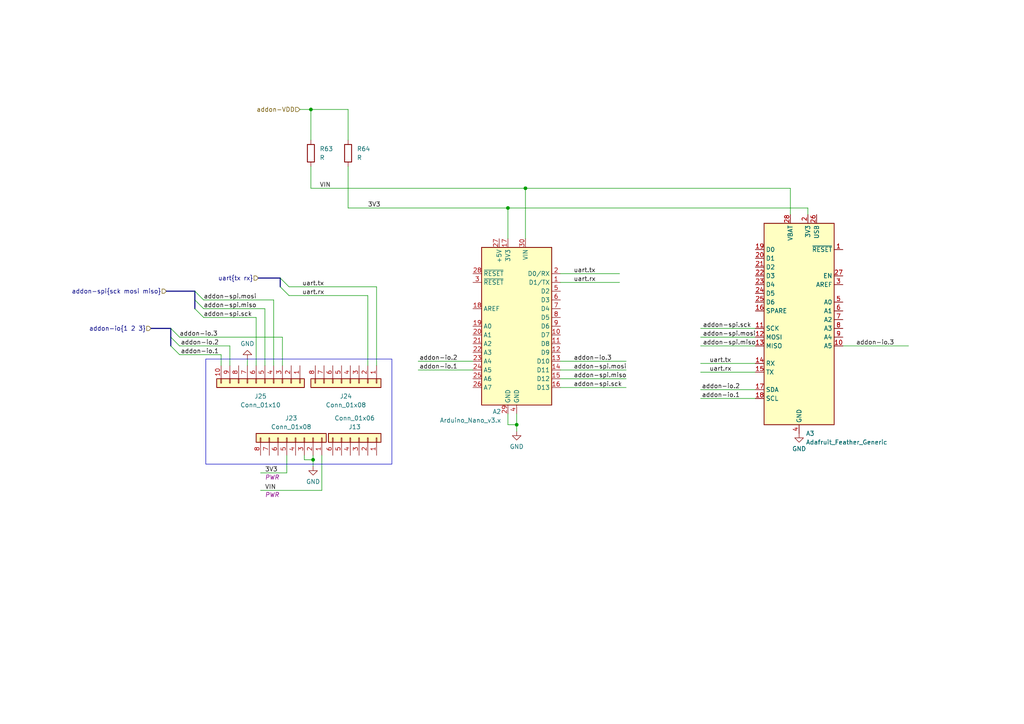
<source format=kicad_sch>
(kicad_sch (version 20230121) (generator eeschema)
  (paper "A4")
  (lib_symbols
    (symbol "Connector_Generic:Conn_01x06" (pin_names (offset 1.016) hide)
      (property "Reference" "J" (at 0 7.62 0))
      (property "Value" "Conn_01x06" (at 0 -10.16 0))
      (symbol "Conn_01x06_1_1"
        (rectangle (start -1.27 -7.493) (end 0 -7.747) (stroke (width 0.1524)))
        (rectangle (start -1.27 -4.953) (end 0 -5.207) (stroke (width 0.1524)))
        (rectangle (start -1.27 -2.413) (end 0 -2.667) (stroke (width 0.1524)))
        (rectangle (start -1.27 0.127) (end 0 -0.127) (stroke (width 0.1524)))
        (rectangle (start -1.27 2.667) (end 0 2.413) (stroke (width 0.1524)))
        (rectangle (start -1.27 5.207) (end 0 4.953) (stroke (width 0.1524)))
        (rectangle (start -1.27 6.35) (end 1.27 -8.89) (stroke (width 0.254)) (fill (type background)))
        (pin passive line (at -5.08 5.08 0) (length 3.81) (name "Pin_1") (number "1"))
        (pin passive line (at -5.08 2.54 0) (length 3.81) (name "Pin_2") (number "2"))
        (pin passive line (at -5.08 0 0) (length 3.81) (name "Pin_3") (number "3"))
        (pin passive line (at -5.08 -2.54 0) (length 3.81) (name "Pin_4") (number "4"))
        (pin passive line (at -5.08 -5.08 0) (length 3.81) (name "Pin_5") (number "5"))
        (pin passive line (at -5.08 -7.62 0) (length 3.81) (name "Pin_6") (number "6"))
      )
    )
    (symbol "Connector_Generic:Conn_01x08" (pin_names (offset 1.016) hide)
      (property "Reference" "J" (at 0 10.16 0))
      (property "Value" "Conn_01x08" (at 0 -12.7 0))
      (symbol "Conn_01x08_1_1"
        (rectangle (start -1.27 -10.033) (end 0 -10.287) (stroke (width 0.1524)))
        (rectangle (start -1.27 -7.493) (end 0 -7.747) (stroke (width 0.1524)))
        (rectangle (start -1.27 -4.953) (end 0 -5.207) (stroke (width 0.1524)))
        (rectangle (start -1.27 -2.413) (end 0 -2.667) (stroke (width 0.1524)))
        (rectangle (start -1.27 0.127) (end 0 -0.127) (stroke (width 0.1524)))
        (rectangle (start -1.27 2.667) (end 0 2.413) (stroke (width 0.1524)))
        (rectangle (start -1.27 5.207) (end 0 4.953) (stroke (width 0.1524)))
        (rectangle (start -1.27 7.747) (end 0 7.493) (stroke (width 0.1524)))
        (rectangle (start -1.27 8.89) (end 1.27 -11.43) (stroke (width 0.254)) (fill (type background)))
        (pin passive line (at -5.08 7.62 0) (length 3.81) (name "Pin_1") (number "1"))
        (pin passive line (at -5.08 5.08 0) (length 3.81) (name "Pin_2") (number "2"))
        (pin passive line (at -5.08 2.54 0) (length 3.81) (name "Pin_3") (number "3"))
        (pin passive line (at -5.08 0 0) (length 3.81) (name "Pin_4") (number "4"))
        (pin passive line (at -5.08 -2.54 0) (length 3.81) (name "Pin_5") (number "5"))
        (pin passive line (at -5.08 -5.08 0) (length 3.81) (name "Pin_6") (number "6"))
        (pin passive line (at -5.08 -7.62 0) (length 3.81) (name "Pin_7") (number "7"))
        (pin passive line (at -5.08 -10.16 0) (length 3.81) (name "Pin_8") (number "8"))
      )
    )
    (symbol "Connector_Generic:Conn_01x10" (pin_names (offset 1.016) hide)
      (property "Reference" "J" (at 0 12.7 0))
      (property "Value" "Conn_01x10" (at 0 -15.24 0))
      (symbol "Conn_01x10_1_1"
        (rectangle (start -1.27 -12.573) (end 0 -12.827) (stroke (width 0.1524)))
        (rectangle (start -1.27 -10.033) (end 0 -10.287) (stroke (width 0.1524)))
        (rectangle (start -1.27 -7.493) (end 0 -7.747) (stroke (width 0.1524)))
        (rectangle (start -1.27 -4.953) (end 0 -5.207) (stroke (width 0.1524)))
        (rectangle (start -1.27 -2.413) (end 0 -2.667) (stroke (width 0.1524)))
        (rectangle (start -1.27 0.127) (end 0 -0.127) (stroke (width 0.1524)))
        (rectangle (start -1.27 2.667) (end 0 2.413) (stroke (width 0.1524)))
        (rectangle (start -1.27 5.207) (end 0 4.953) (stroke (width 0.1524)))
        (rectangle (start -1.27 7.747) (end 0 7.493) (stroke (width 0.1524)))
        (rectangle (start -1.27 10.287) (end 0 10.033) (stroke (width 0.1524)))
        (rectangle (start -1.27 11.43) (end 1.27 -13.97) (stroke (width 0.254)) (fill (type background)))
        (pin passive line (at -5.08 10.16 0) (length 3.81) (name "Pin_1") (number "1"))
        (pin passive line (at -5.08 -12.7 0) (length 3.81) (name "Pin_10") (number "10"))
        (pin passive line (at -5.08 7.62 0) (length 3.81) (name "Pin_2") (number "2"))
        (pin passive line (at -5.08 5.08 0) (length 3.81) (name "Pin_3") (number "3"))
        (pin passive line (at -5.08 2.54 0) (length 3.81) (name "Pin_4") (number "4"))
        (pin passive line (at -5.08 0 0) (length 3.81) (name "Pin_5") (number "5"))
        (pin passive line (at -5.08 -2.54 0) (length 3.81) (name "Pin_6") (number "6"))
        (pin passive line (at -5.08 -5.08 0) (length 3.81) (name "Pin_7") (number "7"))
        (pin passive line (at -5.08 -7.62 0) (length 3.81) (name "Pin_8") (number "8"))
        (pin passive line (at -5.08 -10.16 0) (length 3.81) (name "Pin_9") (number "9"))
      )
    )
    (symbol "Device:R" (pin_numbers hide) (pin_names (offset 0))
      (property "Reference" "R" (at 2.032 0 90))
      (property "Value" "R" (at 0 0 90))
      (symbol "R_0_1"
        (rectangle (start -1.016 -2.54) (end 1.016 2.54) (stroke (width 0.254)))
      )
      (symbol "R_1_1"
        (pin passive line (at 0 3.81 270) (length 1.27) (name "~") (number "1"))
        (pin passive line (at 0 -3.81 90) (length 1.27) (name "~") (number "2"))
      )
    )
    (symbol "MCU_Module:Adafruit_Feather_Generic"
      (property "Reference" "A" (at -10.16 29.21 0))
      (property "Value" "Adafruit_Feather_Generic" (at 2.54 -31.75 0))
      (symbol "Adafruit_Feather_Generic_0_1"
        (rectangle (start -10.16 27.94) (end 10.16 -30.48) (stroke (width 0.254)) (fill (type background)))
      )
      (symbol "Adafruit_Feather_Generic_1_1"
        (pin input line (at 12.7 20.32 180) (length 2.54) (name "~{RESET}") (number "1"))
        (pin bidirectional line (at 12.7 -7.62 180) (length 2.54) (name "A5") (number "10"))
        (pin bidirectional line (at -12.7 -2.54 0) (length 2.54) (name "SCK") (number "11"))
        (pin bidirectional line (at -12.7 -5.08 0) (length 2.54) (name "MOSI") (number "12"))
        (pin bidirectional line (at -12.7 -7.62 0) (length 2.54) (name "MISO") (number "13"))
        (pin bidirectional line (at -12.7 -12.7 0) (length 2.54) (name "RX") (number "14"))
        (pin bidirectional line (at -12.7 -15.24 0) (length 2.54) (name "TX") (number "15"))
        (pin bidirectional line (at -12.7 2.54 0) (length 2.54) (name "SPARE") (number "16"))
        (pin bidirectional line (at -12.7 -20.32 0) (length 2.54) (name "SDA") (number "17"))
        (pin bidirectional line (at -12.7 -22.86 0) (length 2.54) (name "SCL") (number "18"))
        (pin bidirectional line (at -12.7 20.32 0) (length 2.54) (name "D0") (number "19"))
        (pin power_in line (at 2.54 30.48 270) (length 2.54) (name "3V3") (number "2"))
        (pin bidirectional line (at -12.7 17.78 0) (length 2.54) (name "D1") (number "20"))
        (pin bidirectional line (at -12.7 15.24 0) (length 2.54) (name "D2") (number "21"))
        (pin bidirectional line (at -12.7 12.7 0) (length 2.54) (name "D3") (number "22"))
        (pin bidirectional line (at -12.7 10.16 0) (length 2.54) (name "D4") (number "23"))
        (pin bidirectional line (at -12.7 7.62 0) (length 2.54) (name "D5") (number "24"))
        (pin bidirectional line (at -12.7 5.08 0) (length 2.54) (name "D6") (number "25"))
        (pin power_in line (at 5.08 30.48 270) (length 2.54) (name "USB") (number "26"))
        (pin input line (at 12.7 12.7 180) (length 2.54) (name "EN") (number "27"))
        (pin power_in line (at -2.54 30.48 270) (length 2.54) (name "VBAT") (number "28"))
        (pin input line (at 12.7 10.16 180) (length 2.54) (name "AREF") (number "3"))
        (pin power_in line (at 0 -33.02 90) (length 2.54) (name "GND") (number "4"))
        (pin bidirectional line (at 12.7 5.08 180) (length 2.54) (name "A0") (number "5"))
        (pin bidirectional line (at 12.7 2.54 180) (length 2.54) (name "A1") (number "6"))
        (pin bidirectional line (at 12.7 0 180) (length 2.54) (name "A2") (number "7"))
        (pin bidirectional line (at 12.7 -2.54 180) (length 2.54) (name "A3") (number "8"))
        (pin bidirectional line (at 12.7 -5.08 180) (length 2.54) (name "A4") (number "9"))
      )
    )
    (symbol "MCU_Module:Arduino_Nano_v3.x"
      (property "Reference" "A" (at -10.16 23.495 0))
      (property "Value" "Arduino_Nano_v3.x" (at 5.08 -24.13 0))
      (symbol "Arduino_Nano_v3.x_0_1"
        (rectangle (start -10.16 22.86) (end 10.16 -22.86) (stroke (width 0.254)) (fill (type background)))
      )
      (symbol "Arduino_Nano_v3.x_1_1"
        (pin bidirectional line (at -12.7 12.7 0) (length 2.54) (name "D1/TX") (number "1"))
        (pin bidirectional line (at -12.7 -2.54 0) (length 2.54) (name "D7") (number "10"))
        (pin bidirectional line (at -12.7 -5.08 0) (length 2.54) (name "D8") (number "11"))
        (pin bidirectional line (at -12.7 -7.62 0) (length 2.54) (name "D9") (number "12"))
        (pin bidirectional line (at -12.7 -10.16 0) (length 2.54) (name "D10") (number "13"))
        (pin bidirectional line (at -12.7 -12.7 0) (length 2.54) (name "D11") (number "14"))
        (pin bidirectional line (at -12.7 -15.24 0) (length 2.54) (name "D12") (number "15"))
        (pin bidirectional line (at -12.7 -17.78 0) (length 2.54) (name "D13") (number "16"))
        (pin power_out line (at 2.54 25.4 270) (length 2.54) (name "3V3") (number "17"))
        (pin input line (at 12.7 5.08 180) (length 2.54) (name "AREF") (number "18"))
        (pin bidirectional line (at 12.7 0 180) (length 2.54) (name "A0") (number "19"))
        (pin bidirectional line (at -12.7 15.24 0) (length 2.54) (name "D0/RX") (number "2"))
        (pin bidirectional line (at 12.7 -2.54 180) (length 2.54) (name "A1") (number "20"))
        (pin bidirectional line (at 12.7 -5.08 180) (length 2.54) (name "A2") (number "21"))
        (pin bidirectional line (at 12.7 -7.62 180) (length 2.54) (name "A3") (number "22"))
        (pin bidirectional line (at 12.7 -10.16 180) (length 2.54) (name "A4") (number "23"))
        (pin bidirectional line (at 12.7 -12.7 180) (length 2.54) (name "A5") (number "24"))
        (pin bidirectional line (at 12.7 -15.24 180) (length 2.54) (name "A6") (number "25"))
        (pin bidirectional line (at 12.7 -17.78 180) (length 2.54) (name "A7") (number "26"))
        (pin power_out line (at 5.08 25.4 270) (length 2.54) (name "+5V") (number "27"))
        (pin input line (at 12.7 15.24 180) (length 2.54) (name "~{RESET}") (number "28"))
        (pin power_in line (at 2.54 -25.4 90) (length 2.54) (name "GND") (number "29"))
        (pin input line (at 12.7 12.7 180) (length 2.54) (name "~{RESET}") (number "3"))
        (pin power_in line (at -2.54 25.4 270) (length 2.54) (name "VIN") (number "30"))
        (pin power_in line (at 0 -25.4 90) (length 2.54) (name "GND") (number "4"))
        (pin bidirectional line (at -12.7 10.16 0) (length 2.54) (name "D2") (number "5"))
        (pin bidirectional line (at -12.7 7.62 0) (length 2.54) (name "D3") (number "6"))
        (pin bidirectional line (at -12.7 5.08 0) (length 2.54) (name "D4") (number "7"))
        (pin bidirectional line (at -12.7 2.54 0) (length 2.54) (name "D5") (number "8"))
        (pin bidirectional line (at -12.7 0 0) (length 2.54) (name "D6") (number "9"))
      )
    )
    (symbol "power:GND" (power) (pin_names (offset 0))
      (property "Value" "GND" (at 0 -3.81 0))
      (symbol "GND_0_1"
        (polyline (pts (xy 0 0) (xy 0 -1.27) (xy 1.27 -1.27) (xy 0 -2.54) (xy -1.27 -1.27) (xy 0 -1.27)))
      )
      (symbol "GND_1_1"
        (pin power_in line (at 0 0 270) (length 0) hide (name "GND") (number "1"))
      )
    )
  )
  (junction (at 152.4 54.61))
  (junction (at 90.17 31.75))
  (junction (at 147.32 60.325))
  (junction (at 90.805 133.35))
  (junction (at 149.86 123.19))
  (bus_entry (at 56.515 86.995) (size 2.54 2.54))
  (bus_entry (at 52.07 100.33) (size -2.54 -2.54))
  (bus_entry (at 49.53 95.25) (size 2.54 2.54))
  (bus_entry (at 81.28 80.645) (size 2.54 2.54))
  (bus_entry (at 52.07 102.87) (size -2.54 -2.54))
  (bus_entry (at 81.28 83.185) (size 2.54 2.54))
  (bus_entry (at 56.515 89.535) (size 2.54 2.54))
  (bus_entry (at 56.515 84.455) (size 2.54 2.54))
  (wire (pts (xy 152.4 54.61) (xy 90.17 54.61)))
  (wire (pts (xy 83.82 83.185) (xy 109.22 83.185)))
  (wire (pts (xy 74.295 92.075) (xy 74.295 106.045)))
  (wire (pts (xy 109.22 83.185) (xy 109.22 106.045)))
  (wire (pts (xy 162.56 81.915) (xy 179.705 81.915)))
  (wire (pts (xy 83.82 85.725) (xy 106.68 85.725)))
  (wire (pts (xy 90.805 132.08) (xy 90.805 133.35)))
  (wire (pts (xy 75.565 142.24) (xy 93.345 142.24)))
  (wire (pts (xy 90.17 31.75) (xy 100.965 31.75)))
  (wire (pts (xy 90.17 48.26) (xy 90.17 54.61)))
  (wire (pts (xy 71.755 104.14) (xy 71.755 106.045)))
  (bus (pts (xy 48.26 84.455) (xy 56.515 84.455)))
  (wire (pts (xy 203.2 115.57) (xy 219.075 115.57)))
  (wire (pts (xy 149.86 120.015) (xy 149.86 123.19)))
  (wire (pts (xy 203.2 97.79) (xy 219.075 97.79)))
  (bus (pts (xy 43.815 95.25) (xy 49.53 95.25)))
  (wire (pts (xy 76.835 89.535) (xy 76.835 106.045)))
  (bus (pts (xy 49.53 100.33) (xy 49.53 97.79)))
  (wire (pts (xy 244.475 100.33) (xy 263.525 100.33)))
  (wire (pts (xy 90.805 133.35) (xy 90.805 135.255)))
  (wire (pts (xy 88.265 132.08) (xy 88.265 133.35)))
  (wire (pts (xy 147.32 60.325) (xy 100.965 60.325)))
  (bus (pts (xy 56.515 86.995) (xy 56.515 89.535)))
  (wire (pts (xy 79.375 86.995) (xy 79.375 106.045)))
  (wire (pts (xy 203.2 107.95) (xy 219.075 107.95)))
  (wire (pts (xy 162.56 112.395) (xy 181.61 112.395)))
  (wire (pts (xy 66.675 100.33) (xy 66.675 106.045)))
  (wire (pts (xy 203.2 105.41) (xy 219.075 105.41)))
  (wire (pts (xy 88.265 133.35) (xy 90.805 133.35)))
  (wire (pts (xy 93.345 132.08) (xy 93.345 142.24)))
  (wire (pts (xy 52.07 102.87) (xy 64.135 102.87)))
  (wire (pts (xy 203.2 100.33) (xy 219.075 100.33)))
  (wire (pts (xy 203.2 113.03) (xy 219.075 113.03)))
  (wire (pts (xy 81.915 97.79) (xy 81.915 106.045)))
  (wire (pts (xy 147.32 123.19) (xy 149.86 123.19)))
  (wire (pts (xy 59.055 89.535) (xy 76.835 89.535)))
  (wire (pts (xy 162.56 107.315) (xy 181.61 107.315)))
  (wire (pts (xy 83.185 132.08) (xy 83.185 137.16)))
  (wire (pts (xy 121.285 104.775) (xy 137.16 104.775)))
  (wire (pts (xy 234.315 62.23) (xy 234.315 60.325)))
  (wire (pts (xy 152.4 69.215) (xy 152.4 54.61)))
  (wire (pts (xy 59.055 92.075) (xy 74.295 92.075)))
  (wire (pts (xy 162.56 109.855) (xy 181.61 109.855)))
  (wire (pts (xy 86.995 31.75) (xy 90.17 31.75)))
  (wire (pts (xy 229.235 54.61) (xy 152.4 54.61)))
  (wire (pts (xy 121.285 107.315) (xy 137.16 107.315)))
  (bus (pts (xy 74.93 80.645) (xy 81.28 80.645)))
  (bus (pts (xy 56.515 84.455) (xy 56.515 86.995)))
  (wire (pts (xy 203.2 95.25) (xy 219.075 95.25)))
  (wire (pts (xy 59.055 86.995) (xy 79.375 86.995)))
  (wire (pts (xy 100.965 60.325) (xy 100.965 48.26)))
  (wire (pts (xy 162.56 104.775) (xy 181.61 104.775)))
  (wire (pts (xy 64.135 102.87) (xy 64.135 106.045)))
  (wire (pts (xy 147.32 120.015) (xy 147.32 123.19)))
  (wire (pts (xy 106.68 85.725) (xy 106.68 106.045)))
  (wire (pts (xy 234.315 60.325) (xy 147.32 60.325)))
  (wire (pts (xy 149.86 123.19) (xy 149.86 125.095)))
  (wire (pts (xy 52.07 100.33) (xy 66.675 100.33)))
  (wire (pts (xy 75.565 137.16) (xy 83.185 137.16)))
  (bus (pts (xy 49.53 97.79) (xy 49.53 95.25)))
  (wire (pts (xy 100.965 31.75) (xy 100.965 40.64)))
  (wire (pts (xy 162.56 79.375) (xy 179.705 79.375)))
  (wire (pts (xy 52.07 97.79) (xy 81.915 97.79)))
  (wire (pts (xy 90.17 31.75) (xy 90.17 40.64)))
  (wire (pts (xy 147.32 60.325) (xy 147.32 69.215)))
  (wire (pts (xy 229.235 62.23) (xy 229.235 54.61)))
  (bus (pts (xy 81.28 80.645) (xy 81.28 83.185)))
  (rectangle (start 59.69 104.14) (end 113.665 134.62))
  (label "3V3" (at 106.68 60.325 0))
  (label "uart.tx" (at 166.37 79.375 0))
  (label "uart.rx" (at 87.63 85.725 0))
  (label "addon-io.2" (at 132.715 104.775 180))
  (label "uart.tx" (at 205.74 105.41 0))
  (label "addon-spi.sck" (at 166.37 112.395 0))
  (label "addon-spi.sck" (at 59.055 92.075 0))
  (label "addon-io.1" (at 63.5 102.87 180))
  (label "addon-spi.miso" (at 203.835 100.33 0))
  (label "uart.rx" (at 166.37 81.915 0))
  (label "addon-spi.miso" (at 59.055 89.535 0))
  (label "addon-io.1" (at 214.63 115.57 180))
  (label "addon-io.3" (at 52.07 97.79 0))
  (label "VIN" (at 76.835 142.24 0) (property "Netclass" "PWR" (at 76.835 143.51 0) (effects (font italic) (justify left))))
  (label "addon-io.2" (at 63.5 100.33 180))
  (label "addon-io.3" (at 248.285 100.33 0))
  (label "VIN" (at 92.71 54.61 0))
  (label "addon-spi.sck" (at 203.835 95.25 0))
  (label "addon-io.3" (at 166.37 104.775 0))
  (label "addon-spi.mosi" (at 59.055 86.995 0))
  (label "addon-io.2" (at 214.63 113.03 180))
  (label "addon-spi.mosi" (at 203.835 97.79 0))
  (label "uart.rx" (at 205.74 107.95 0))
  (label "addon-io.1" (at 132.715 107.315 180))
  (label "uart.tx" (at 87.63 83.185 0))
  (label "3V3" (at 76.835 137.16 0) (property "Netclass" "PWR" (at 76.835 138.43 0) (effects (font italic) (justify left))))
  (label "addon-spi.mosi" (at 166.37 107.315 0))
  (label "addon-spi.miso" (at 166.37 109.855 0))
  (hierarchical_label "addon-spi{sck mosi miso}" (shape input) (at 48.26 84.455 180))
  (hierarchical_label "addon-VDD" (shape input) (at 86.995 31.75 180))
  (hierarchical_label "uart{tx rx}" (shape input) (at 74.93 80.645 180))
  (hierarchical_label "addon-io{1 2 3}" (shape input) (at 43.815 95.25 180))
  (symbol (lib_id "power:GND") (at 90.805 135.255 0) (unit 1)
    (property "Reference" "#PWR096" (effects hide))
    (property "Value" "GND" (at 90.805 139.7 0))
  )
  (symbol (lib_id "Device:R") (at 100.965 44.45 0) (unit 1)
    (property "Reference" "R64" (at 103.505 43.18 0) (effects (justify left)))
    (property "Value" "R" (at 103.505 45.72 0) (effects (justify left)))
    (property "Footprint" "Resistor_SMD:R_0805_2012Metric_Pad1.20x1.40mm_HandSolder" (effects hide))
  )
  (symbol (lib_id "power:GND") (at 231.775 125.73 0) (unit 1)
    (property "Reference" "#PWR072" (effects hide))
    (property "Value" "GND" (at 231.775 130.175 0))
  )
  (symbol (lib_id "MCU_Module:Adafruit_Feather_Generic") (at 231.775 92.71 0) (unit 1)
    (property "Reference" "A3" (at 233.7309 125.73 0) (effects (justify left)))
    (property "Value" "Adafruit_Feather_Generic" (at 233.7309 128.27 0) (effects (justify left)))
    (property "Footprint" "Module:Adafruit_Feather" (effects hide))
    (property "Datasheet" "https://cdn-learn.adafruit.com/downloads/pdf/adafruit-feather.pdf" (effects hide))
  )
  (symbol (lib_id "power:GND") (at 71.755 104.14 180) (unit 1)
    (property "Reference" "#PWR097" (effects hide))
    (property "Value" "GND" (at 71.755 99.695 0))
  )
  (symbol (lib_id "Device:R") (at 90.17 44.45 0) (unit 1)
    (property "Reference" "R63" (at 92.71 43.18 0) (effects (justify left)))
    (property "Value" "R" (at 92.71 45.72 0) (effects (justify left)))
    (property "Footprint" "Resistor_SMD:R_0805_2012Metric_Pad1.20x1.40mm_HandSolder" (effects hide))
  )
  (symbol (lib_id "Connector_Generic:Conn_01x08") (at 85.725 127 270) (mirror x) (unit 1)
    (property "Reference" "J23" (at 84.455 121.285 90))
    (property "Value" "Conn_01x08" (at 84.455 123.825 90))
    (property "Footprint" "Connector_PinSocket_2.54mm:PinSocket_1x08_P2.54mm_Vertical_SMD_Pin1Right" (effects hide))
  )
  (symbol (lib_id "Connector_Generic:Conn_01x10") (at 76.835 111.125 270) (unit 1)
    (property "Reference" "J25" (at 75.565 114.935 90))
    (property "Value" "Conn_01x10" (at 75.565 117.475 90))
    (property "Footprint" "Connector_PinSocket_2.54mm:PinSocket_1x10_P2.54mm_Vertical_SMD_Pin1Right" (effects hide))
  )
  (symbol (lib_id "Connector_Generic:Conn_01x08") (at 101.6 111.125 270) (unit 1)
    (property "Reference" "J24" (at 100.33 114.935 90))
    (property "Value" "Conn_01x08" (at 100.33 117.475 90))
    (property "Footprint" "Connector_PinSocket_2.54mm:PinSocket_1x08_P2.54mm_Vertical_SMD_Pin1Right" (effects hide))
  )
  (symbol (lib_id "MCU_Module:Arduino_Nano_v3.x") (at 149.86 94.615 0) (mirror y) (unit 1)
    (property "Reference" "A2" (at 145.3641 119.38 0) (effects (justify left)))
    (property "Value" "Arduino_Nano_v3.x" (at 145.3641 121.92 0) (effects (justify left)))
    (property "Footprint" "Module:Arduino_Nano" (effects hide))
    (property "Datasheet" "http://www.mouser.com/pdfdocs/Gravitech_Arduino_Nano3_0.pdf" (effects hide))
  )
  (symbol (lib_id "power:GND") (at 149.86 125.095 0) (unit 1)
    (property "Reference" "#PWR093" (effects hide))
    (property "Value" "GND" (at 149.86 129.54 0))
  )
  (symbol (lib_id "Connector_Generic:Conn_01x06") (at 104.14 127 270) (mirror x) (unit 1)
    (property "Reference" "J13" (at 102.87 123.825 90))
    (property "Value" "Conn_01x06" (at 102.87 121.285 90))
    (property "Footprint" "Connector_PinSocket_2.54mm:PinSocket_1x06_P2.54mm_Vertical_SMD_Pin1Right" (effects hide))
  )
)
</source>
